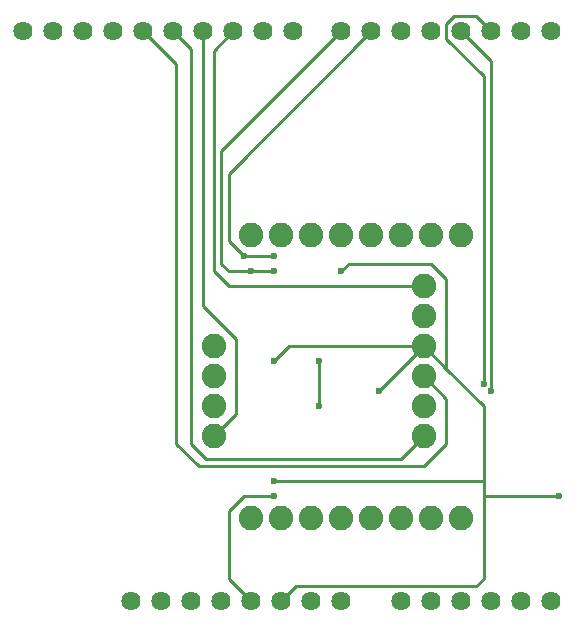
<source format=gbl>
G04 DipTrace 2.3.1.0*
%INminishiftjig_Bottom.gbl*%
%MOIN*%
%ADD13C,0.01*%
%ADD15C,0.064*%
%ADD16C,0.082*%
%ADD19C,0.0236*%
%FSLAX44Y44*%
G04*
G70*
G90*
G75*
G01*
%LNBottom*%
%LPD*%
X12937Y12937D2*
D13*
X13437Y13437D1*
X17937D1*
X16437Y11937D2*
X17937Y13437D1*
X18691Y12683D1*
X19937Y11437D1*
Y8937D1*
Y8437D1*
Y5687D1*
X19687Y5437D1*
X13687D1*
X13187Y4937D1*
X15187Y15937D2*
X15437Y16187D1*
X18187D1*
X18691Y15683D1*
Y12683D1*
X12937Y8937D2*
X19937D1*
X22437Y8437D2*
X19937D1*
X20187Y23937D2*
X19687Y24437D1*
X18937D1*
X18687Y24187D1*
Y23687D1*
X19937Y22437D1*
Y12187D1*
X20187Y11937D2*
Y22937D1*
X19187Y23937D1*
X14437Y11437D2*
Y12937D1*
X17937Y10437D2*
X17187Y9687D1*
X10687D1*
X10187Y10187D1*
Y23337D1*
X9587Y23937D1*
X10587D2*
Y14787D1*
X11687Y13687D1*
Y11187D1*
X10937Y10437D1*
X12937Y15937D2*
X12187D1*
X11437D1*
X11187Y16187D1*
Y19937D1*
X15187Y23937D1*
X12937Y16437D2*
X11937D1*
X11437Y16937D1*
Y19187D1*
X16187Y23937D1*
X17937Y15437D2*
X11437D1*
X10937Y15937D1*
Y23287D1*
X11587Y23937D1*
X17937Y12437D2*
X18687Y11687D1*
Y10187D1*
X17937Y9437D1*
X10437D1*
X9687Y10187D1*
Y22837D1*
X8587Y23937D1*
X12937Y8437D2*
X11937D1*
X11437Y7937D1*
Y5687D1*
X12187Y4937D1*
D19*
X12937Y12937D3*
X16437Y11937D3*
X15187Y15937D3*
X12937Y8937D3*
X22437Y8437D3*
X19937Y12187D3*
X20187Y11937D3*
X14437Y11437D3*
Y12937D3*
X12937Y15937D3*
X12187D3*
X12937Y16437D3*
X11937D3*
X12937Y8437D3*
D15*
X8187Y4937D3*
X9187D3*
X10187D3*
X11187D3*
X12187D3*
X13187D3*
X14187D3*
X15187D3*
X17187D3*
X18187D3*
X19187D3*
X20187D3*
X21187D3*
X22187D3*
Y23937D3*
X21187D3*
X20187D3*
X19187D3*
X18187D3*
X17187D3*
X16187D3*
X15187D3*
X13587D3*
X12587D3*
X11587D3*
X10587D3*
X9587D3*
X8587D3*
X7587D3*
X6587D3*
X5587D3*
X4587D3*
D16*
X12187Y7713D3*
X13187D3*
X14187D3*
X15187D3*
X16187D3*
X17187D3*
X18187D3*
X19187D3*
Y17161D3*
X18187D3*
X17187D3*
X16187D3*
X15187D3*
X14187D3*
X13187D3*
X12187D3*
X17937Y14437D3*
Y13437D3*
Y15437D3*
X10937Y10437D3*
X17937D3*
Y12437D3*
X10937Y13437D3*
Y12437D3*
X17937Y11437D3*
X10937D3*
M02*

</source>
